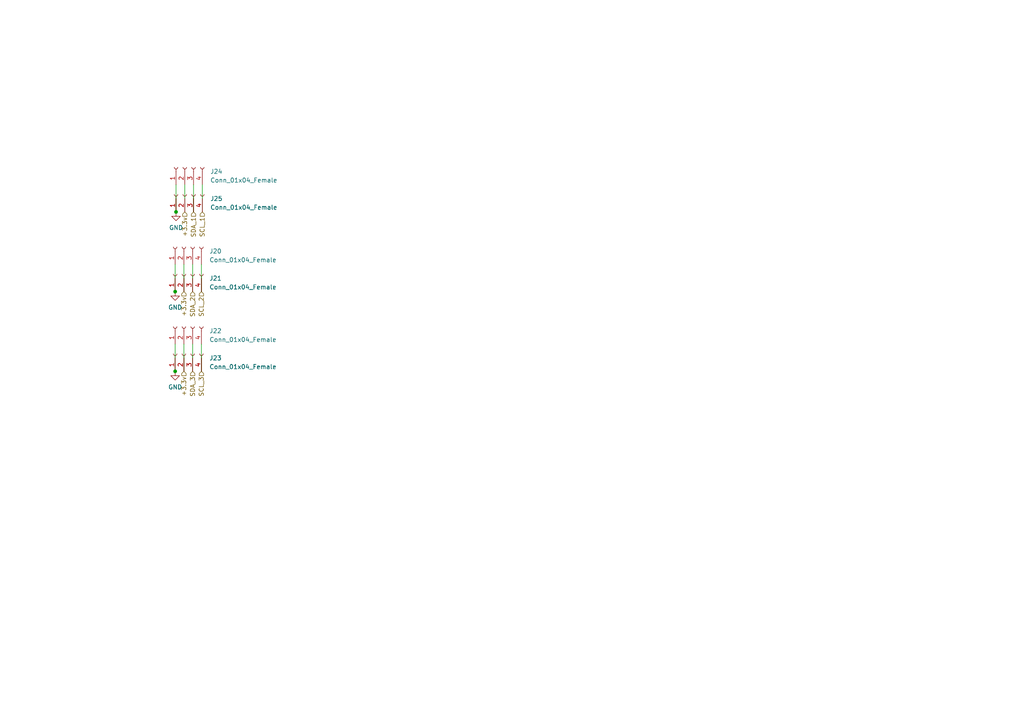
<source format=kicad_sch>
(kicad_sch (version 20210621) (generator eeschema)
  (paper "A4")
  (lib_symbols
    (symbol "Connector:Conn_01x04_Female" (pin_names (offset 1.016) hide)
      (property "Reference" "J" (at 0 5.08 0))
      (property "Value" "Conn_01x04_Female" (at 0 -7.62 0))
      (symbol "Conn_01x04_Female_1_1"
        (arc (start 0 -4.572) (mid -0.508 -5.08) (end 0 -5.588) (stroke (width 0.1524)))
        (arc (start 0 -2.032) (mid -0.508 -2.54) (end 0 -3.048) (stroke (width 0.1524)))
        (polyline (pts (xy -1.27 -5.08) (xy -0.508 -5.08)) (stroke (width 0.1524)))
        (polyline (pts (xy -1.27 -2.54) (xy -0.508 -2.54)) (stroke (width 0.1524)))
        (polyline (pts (xy -1.27 0) (xy -0.508 0)) (stroke (width 0.1524)))
        (polyline (pts (xy -1.27 2.54) (xy -0.508 2.54)) (stroke (width 0.1524)))
        (arc (start 0 0.508) (mid -0.508 0) (end 0 -0.508) (stroke (width 0.1524)))
        (arc (start 0 3.048) (mid -0.508 2.54) (end 0 2.032) (stroke (width 0.1524)))
        (pin passive line (at -5.08 2.54 0) (length 3.81) (name "Pin_1") (number "1"))
        (pin passive line (at -5.08 0 0) (length 3.81) (name "Pin_2") (number "2"))
        (pin passive line (at -5.08 -2.54 0) (length 3.81) (name "Pin_3") (number "3"))
        (pin passive line (at -5.08 -5.08 0) (length 3.81) (name "Pin_4") (number "4"))
      )
    )
    (symbol "power:GND" (power) (pin_names (offset 0))
      (property "Value" "GND" (at 0 -3.81 0))
      (symbol "GND_0_1"
        (polyline (pts (xy 0 0) (xy 0 -1.27) (xy 1.27 -1.27) (xy 0 -2.54) (xy -1.27 -1.27) (xy 0 -1.27)))
      )
      (symbol "GND_1_1"
        (pin power_in line (at 0 0 270) (length 0) hide (name "GND") (number "1"))
      )
    )
  )
  (junction (at 50.8 107.696))
  (junction (at 51.054 61.468))
  (junction (at 50.8 84.582))
  (wire (pts (xy 50.8 99.822) (xy 50.8 107.696)))
  (wire (pts (xy 51.054 53.594) (xy 51.054 61.468)))
  (wire (pts (xy 53.594 53.594) (xy 53.594 61.468)))
  (wire (pts (xy 53.34 99.822) (xy 53.34 107.696)))
  (wire (pts (xy 55.88 99.822) (xy 55.88 107.696)))
  (wire (pts (xy 53.34 76.708) (xy 53.34 84.582)))
  (wire (pts (xy 58.674 53.594) (xy 58.674 61.468)))
  (wire (pts (xy 56.134 53.594) (xy 56.134 61.468)))
  (wire (pts (xy 58.42 76.708) (xy 58.42 84.582)))
  (wire (pts (xy 55.88 76.708) (xy 55.88 84.582)))
  (wire (pts (xy 50.8 76.708) (xy 50.8 84.582)))
  (wire (pts (xy 58.42 99.822) (xy 58.42 107.696)))
  (hierarchical_label "SDA_2" (shape input) (at 55.88 84.582 270))
  (hierarchical_label "+3.3v" (shape input) (at 53.594 61.468 270))
  (hierarchical_label "SCL_1" (shape input) (at 58.674 61.468 270))
  (hierarchical_label "SDA_3" (shape input) (at 55.88 107.696 270))
  (hierarchical_label "SCL_2" (shape input) (at 58.42 84.582 270))
  (hierarchical_label "+3.3v" (shape input) (at 53.34 107.696 270))
  (hierarchical_label "+3.3v" (shape input) (at 53.34 84.582 270))
  (hierarchical_label "SDA_1" (shape input) (at 56.134 61.468 270))
  (hierarchical_label "SCL_3" (shape input) (at 58.42 107.696 270))
  (symbol (lib_id "power:GND") (at 51.054 61.468 0) (unit 1)
    (property "Reference" "#PWR078" (effects hide))
    (property "Value" "GND" (at 51.054 66.04 0))
  )
  (symbol (lib_id "Connector:Conn_01x04_Female") (at 53.594 56.388 90) (unit 1)
    (property "Reference" "J25" (at 60.96 57.6198 90) (effects (justify right)))
    (property "Value" "Conn_01x04_Female" (at 60.96 60.1598 90) (effects (justify right)))
    (property "Footprint" "Connector_JST:JST_SH_BM04B-SRSS-TB_1x04-1MP_P1.00mm_Vertical" (effects hide))
  )
  (symbol (lib_id "Connector:Conn_01x04_Female") (at 53.594 48.514 90) (unit 1)
    (property "Reference" "J24" (at 60.96 49.7458 90) (effects (justify right)))
    (property "Value" "Conn_01x04_Female" (at 60.96 52.2858 90) (effects (justify right)))
    (property "Footprint" "Connector_JST:JST_SH_BM04B-SRSS-TB_1x04-1MP_P1.00mm_Vertical" (effects hide))
  )
  (symbol (lib_id "power:GND") (at 50.8 107.696 0) (unit 1)
    (property "Reference" "#PWR077" (effects hide))
    (property "Value" "GND" (at 50.8 112.268 0))
  )
  (symbol (lib_id "Connector:Conn_01x04_Female") (at 53.34 94.742 90) (unit 1)
    (property "Reference" "J22" (at 60.706 95.9738 90) (effects (justify right)))
    (property "Value" "Conn_01x04_Female" (at 60.706 98.5138 90) (effects (justify right)))
    (property "Footprint" "Connector_JST:JST_SH_BM04B-SRSS-TB_1x04-1MP_P1.00mm_Vertical" (effects hide))
  )
  (symbol (lib_id "Connector:Conn_01x04_Female") (at 53.34 102.616 90) (unit 1)
    (property "Reference" "J23" (at 60.706 103.8478 90) (effects (justify right)))
    (property "Value" "Conn_01x04_Female" (at 60.706 106.3878 90) (effects (justify right)))
    (property "Footprint" "Connector_JST:JST_SH_BM04B-SRSS-TB_1x04-1MP_P1.00mm_Vertical" (effects hide))
  )
  (symbol (lib_id "power:GND") (at 50.8 84.582 0) (unit 1)
    (property "Reference" "#PWR076" (effects hide))
    (property "Value" "GND" (at 50.8 89.154 0))
  )
  (symbol (lib_id "Connector:Conn_01x04_Female") (at 53.34 71.628 90) (unit 1)
    (property "Reference" "J20" (at 60.706 72.8598 90) (effects (justify right)))
    (property "Value" "Conn_01x04_Female" (at 60.706 75.3998 90) (effects (justify right)))
    (property "Footprint" "Connector_JST:JST_SH_BM04B-SRSS-TB_1x04-1MP_P1.00mm_Vertical" (effects hide))
  )
  (symbol (lib_id "Connector:Conn_01x04_Female") (at 53.34 79.502 90) (unit 1)
    (property "Reference" "J21" (at 60.706 80.7338 90) (effects (justify right)))
    (property "Value" "Conn_01x04_Female" (at 60.706 83.2738 90) (effects (justify right)))
    (property "Footprint" "Connector_JST:JST_SH_BM04B-SRSS-TB_1x04-1MP_P1.00mm_Vertical" (effects hide))
  )
)
</source>
